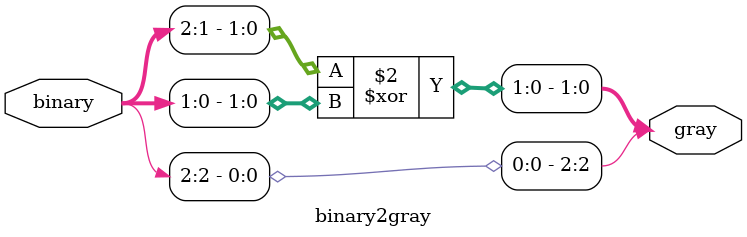
<source format=sv>
module binary2gray #(
    parameter N = 3
)
(
    input  logic [N-1:0] binary,
    output logic [N-1:0] gray
);
always_comb begin 
    gray = {binary[N-1], binary[N-1:1] ^ binary[N-2:0]};
    
end
endmodule
</source>
